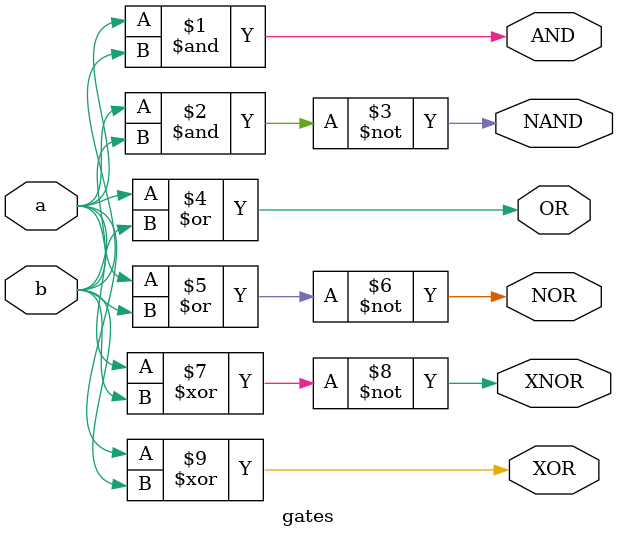
<source format=v>
module gates (a, b, AND, NAND, OR , NOR, XNOR, XOR); //and, nand, or, nor, xnor, xor

input a, b;
output AND, NAND, OR , NOR, XNOR, XOR;

wire a, b, c, d, e, f, g, h, i, j, k, l;

and (AND,a,b);
nand (NAND,a,b);
or (OR,a,b);
nor (NOR,a,b);
xnor (XNOR,a,b);
xor (XOR,a,b);

endmodule  
</source>
